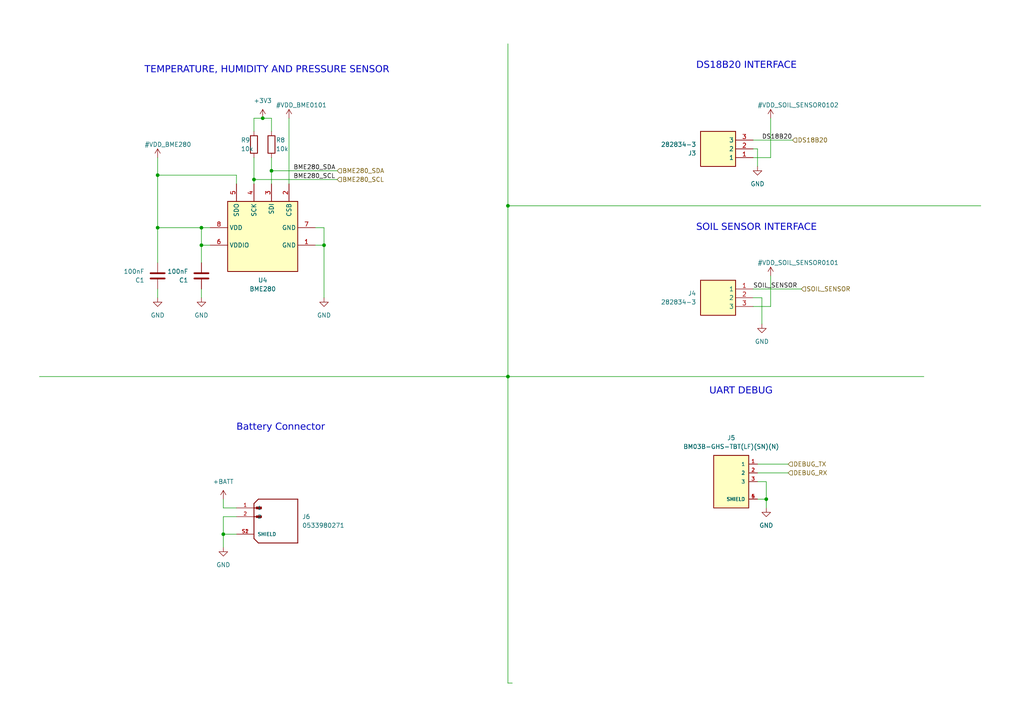
<source format=kicad_sch>
(kicad_sch (version 20230121) (generator eeschema)
  (paper "A4")
  (lib_symbols
    (symbol "0533980271:0533980271" (pin_names (offset 1.016))
      (property "Reference" "J" (at 0 6.35 0))
      (property "Value" "0533980271" (at 0 -10.16 0))
      (symbol "0533980271_0_0"
        (polyline (pts (xy 0 -6.35) (xy 1.27 -7.62)) (stroke (width 0.254)))
        (polyline (pts (xy 0 0) (xy 1.905 0)) (stroke (width 0.254)))
        (polyline (pts (xy 0 2.54) (xy 0 -6.35)) (stroke (width 0.254)))
        (polyline (pts (xy 0 2.54) (xy 1.905 2.54)) (stroke (width 0.254)))
        (polyline (pts (xy 0 3.81) (xy 0 2.54)) (stroke (width 0.254)))
        (polyline (pts (xy 0 3.81) (xy 1.27 5.08)) (stroke (width 0.254)))
        (polyline (pts (xy 1.27 -7.62) (xy 12.7 -7.62)) (stroke (width 0.254)))
        (polyline (pts (xy 12.7 -7.62) (xy 12.7 5.08)) (stroke (width 0.254)))
        (polyline (pts (xy 12.7 5.08) (xy 1.27 5.08)) (stroke (width 0.254)))
        (rectangle (start 0.635 -0.3175) (end 2.2225 0.3175) (stroke (width 0.1)) (fill (type outline)))
        (rectangle (start 0.635 2.2225) (end 2.2225 2.8575) (stroke (width 0.1)) (fill (type outline)))
        (pin passive line (at -5.08 2.54 0) (length 5.08) (name "1") (number "1"))
        (pin passive line (at -5.08 0 0) (length 5.08) (name "2") (number "2"))
        (pin passive line (at -5.08 -5.08 0) (length 5.08) (name "SHIELD") (number "S1"))
        (pin passive line (at -5.08 -5.08 0) (length 5.08) (name "SHIELD") (number "S2"))
      )
    )
    (symbol "282834-3:282834-3"
      (property "Reference" "J" (at 16.51 7.62 0))
      (property "Value" "282834-3" (at 16.51 5.08 0))
      (symbol "282834-3_1_1"
        (rectangle (start 5.08 2.54) (end 15.24 -7.62) (stroke (width 0.254)) (fill (type background)))
        (pin passive line (at 0 0 0) (length 5.08) (name "1") (number "1"))
        (pin passive line (at 0 -2.54 0) (length 5.08) (name "2") (number "2"))
        (pin passive line (at 0 -5.08 0) (length 5.08) (name "3") (number "3"))
      )
    )
    (symbol "BM03B-GHS-TBT_LF__SN__N_:BM03B-GHS-TBT(LF)(SN)(N)" (pin_names (offset 1.016))
      (property "Reference" "J" (at -5.0918 8.2741 0))
      (property "Value" "BM03B-GHS-TBT(LF)(SN)(N)" (at -5.0945 -10.1891 0))
      (symbol "BM03B-GHS-TBT(LF)(SN)(N)_0_0"
        (rectangle (start -5.08 -7.62) (end 5.08 7.62) (stroke (width 0.254)) (fill (type background)))
        (pin passive line (at 7.62 5.08 180) (length 2.54) (name "1") (number "1"))
        (pin passive line (at 7.62 2.54 180) (length 2.54) (name "2") (number "2"))
        (pin passive line (at 7.62 0 180) (length 2.54) (name "3") (number "3"))
        (pin passive line (at 7.62 -5.08 180) (length 2.54) (name "SHIELD") (number "4"))
        (pin passive line (at 7.62 -5.08 180) (length 2.54) (name "SHIELD") (number "5"))
      )
    )
    (symbol "Device:C" (pin_numbers hide) (pin_names (offset 0.254))
      (property "Reference" "C" (at 0.635 2.54 0))
      (property "Value" "C" (at 0.635 -2.54 0))
      (symbol "C_0_1"
        (polyline (pts (xy -2.032 -0.762) (xy 2.032 -0.762)) (stroke (width 0.508)))
        (polyline (pts (xy -2.032 0.762) (xy 2.032 0.762)) (stroke (width 0.508)))
      )
      (symbol "C_1_1"
        (pin passive line (at 0 3.81 270) (length 2.794) (name "~") (number "1"))
        (pin passive line (at 0 -3.81 90) (length 2.794) (name "~") (number "2"))
      )
    )
    (symbol "Device:R" (pin_numbers hide) (pin_names (offset 0))
      (property "Reference" "R" (at 2.032 0 90))
      (property "Value" "R" (at 0 0 90))
      (symbol "R_0_1"
        (rectangle (start -1.016 -2.54) (end 1.016 2.54) (stroke (width 0.254)))
      )
      (symbol "R_1_1"
        (pin passive line (at 0 3.81 270) (length 1.27) (name "~") (number "1"))
        (pin passive line (at 0 -3.81 90) (length 1.27) (name "~") (number "2"))
      )
    )
    (symbol "Sensor:BME280"
      (property "Reference" "U" (at -8.89 11.43 0))
      (property "Value" "BME280" (at 7.62 11.43 0))
      (symbol "BME280_0_1"
        (rectangle (start -10.16 10.16) (end 10.16 -10.16) (stroke (width 0.254)) (fill (type background)))
      )
      (symbol "BME280_1_1"
        (pin power_in line (at -2.54 -15.24 90) (length 5.08) (name "GND") (number "1"))
        (pin input line (at 15.24 -7.62 180) (length 5.08) (name "CSB") (number "2"))
        (pin bidirectional line (at 15.24 -2.54 180) (length 5.08) (name "SDI") (number "3"))
        (pin input line (at 15.24 2.54 180) (length 5.08) (name "SCK") (number "4"))
        (pin bidirectional line (at 15.24 7.62 180) (length 5.08) (name "SDO") (number "5"))
        (pin power_in line (at -2.54 15.24 270) (length 5.08) (name "VDDIO") (number "6"))
        (pin power_in line (at 2.54 -15.24 90) (length 5.08) (name "GND") (number "7"))
        (pin power_in line (at 2.54 15.24 270) (length 5.08) (name "VDD") (number "8"))
      )
    )
    (symbol "power:+3V3" (power) (pin_names (offset 0))
      (property "Value" "+3V3" (at 0 3.556 0))
      (symbol "+3V3_0_1"
        (polyline (pts (xy -0.762 1.27) (xy 0 2.54)))
        (polyline (pts (xy 0 0) (xy 0 2.54)))
        (polyline (pts (xy 0 2.54) (xy 0.762 1.27)))
      )
      (symbol "+3V3_1_1"
        (pin power_in line (at 0 0 90) (length 0) hide (name "+3V3") (number "1"))
      )
    )
    (symbol "power:+BATT" (power) (pin_names (offset 0))
      (property "Value" "+BATT" (at 0 3.556 0))
      (symbol "+BATT_0_1"
        (polyline (pts (xy -0.762 1.27) (xy 0 2.54)))
        (polyline (pts (xy 0 0) (xy 0 2.54)))
        (polyline (pts (xy 0 2.54) (xy 0.762 1.27)))
      )
      (symbol "+BATT_1_1"
        (pin power_in line (at 0 0 90) (length 0) hide (name "+BATT") (number "1"))
      )
    )
    (symbol "power:GND" (power) (pin_names (offset 0))
      (property "Value" "GND" (at 0 -3.81 0))
      (symbol "GND_0_1"
        (polyline (pts (xy 0 0) (xy 0 -1.27) (xy 1.27 -1.27) (xy 0 -2.54) (xy -1.27 -1.27) (xy 0 -1.27)))
      )
      (symbol "GND_1_1"
        (pin power_in line (at 0 0 270) (length 0) hide (name "GND") (number "1"))
      )
    )
    (symbol "power:VDD" (power) (pin_names (offset 0))
      (property "Value" "VDD" (at 0 3.81 0))
      (symbol "VDD_0_1"
        (polyline (pts (xy -0.762 1.27) (xy 0 2.54)))
        (polyline (pts (xy 0 0) (xy 0 2.54)))
        (polyline (pts (xy 0 2.54) (xy 0.762 1.27)))
      )
      (symbol "VDD_1_1"
        (pin power_in line (at 0 0 90) (length 0) hide (name "VDD") (number "1"))
      )
    )
  )
  (junction (at 222.25 144.78))
  (junction (at 64.77 154.94))
  (junction (at 45.72 66.04))
  (junction (at 78.74 49.53))
  (junction (at 147.32 59.69))
  (junction (at 73.66 52.07))
  (junction (at 93.98 71.12))
  (junction (at 45.72 50.8))
  (junction (at 58.42 66.04))
  (junction (at 147.32 109.22))
  (junction (at 76.2 34.29))
  (junction (at 58.42 71.12))
  (wire (pts (xy 147.32 109.22) (xy 147.32 198.12)))
  (wire (pts (xy 219.71 139.7) (xy 222.25 139.7)))
  (wire (pts (xy 73.66 45.72) (xy 73.66 52.07)))
  (wire (pts (xy 78.74 34.29) (xy 78.74 38.1)))
  (wire (pts (xy 64.77 154.94) (xy 64.77 158.75)))
  (wire (pts (xy 58.42 71.12) (xy 58.42 66.04)))
  (wire (pts (xy 93.98 66.04) (xy 93.98 71.12)))
  (wire (pts (xy 45.72 50.8) (xy 45.72 66.04)))
  (wire (pts (xy 147.32 12.7) (xy 147.32 59.69)))
  (wire (pts (xy 91.44 71.12) (xy 93.98 71.12)))
  (wire (pts (xy 223.52 80.01) (xy 223.52 88.9)))
  (wire (pts (xy 223.52 45.72) (xy 218.44 45.72)))
  (wire (pts (xy 219.71 137.16) (xy 228.6 137.16)))
  (wire (pts (xy 218.44 83.82) (xy 232.41 83.82)))
  (wire (pts (xy 83.82 34.29) (xy 83.82 53.34)))
  (wire (pts (xy 73.66 38.1) (xy 73.66 34.29)))
  (wire (pts (xy 76.2 34.29) (xy 78.74 34.29)))
  (wire (pts (xy 147.32 109.22) (xy 267.97 109.22)))
  (wire (pts (xy 68.58 147.32) (xy 64.77 147.32)))
  (wire (pts (xy 147.32 59.69) (xy 284.48 59.69)))
  (wire (pts (xy 219.71 43.18) (xy 218.44 43.18)))
  (wire (pts (xy 60.96 71.12) (xy 58.42 71.12)))
  (wire (pts (xy 45.72 76.2) (xy 45.72 66.04)))
  (wire (pts (xy 218.44 40.64) (xy 229.87 40.64)))
  (wire (pts (xy 73.66 34.29) (xy 76.2 34.29)))
  (wire (pts (xy 78.74 49.53) (xy 97.79 49.53)))
  (wire (pts (xy 68.58 53.34) (xy 68.58 50.8)))
  (wire (pts (xy 45.72 83.82) (xy 45.72 86.36)))
  (wire (pts (xy 58.42 71.12) (xy 58.42 76.2)))
  (wire (pts (xy 219.71 134.62) (xy 228.6 134.62)))
  (wire (pts (xy 219.71 144.78) (xy 222.25 144.78)))
  (wire (pts (xy 147.32 59.69) (xy 147.32 109.22)))
  (wire (pts (xy 219.71 43.18) (xy 219.71 48.26)))
  (wire (pts (xy 58.42 83.82) (xy 58.42 86.36)))
  (wire (pts (xy 147.32 198.12) (xy 148.59 198.12)))
  (wire (pts (xy 93.98 71.12) (xy 93.98 86.36)))
  (wire (pts (xy 91.44 66.04) (xy 93.98 66.04)))
  (wire (pts (xy 73.66 52.07) (xy 97.79 52.07)))
  (wire (pts (xy 64.77 154.94) (xy 68.58 154.94)))
  (wire (pts (xy 73.66 52.07) (xy 73.66 53.34)))
  (wire (pts (xy 78.74 45.72) (xy 78.74 49.53)))
  (wire (pts (xy 45.72 66.04) (xy 58.42 66.04)))
  (wire (pts (xy 68.58 149.86) (xy 64.77 149.86)))
  (wire (pts (xy 64.77 149.86) (xy 64.77 154.94)))
  (wire (pts (xy 218.44 86.36) (xy 220.98 86.36)))
  (wire (pts (xy 45.72 45.72) (xy 45.72 50.8)))
  (wire (pts (xy 220.98 86.36) (xy 220.98 93.98)))
  (wire (pts (xy 58.42 66.04) (xy 60.96 66.04)))
  (wire (pts (xy 64.77 147.32) (xy 64.77 144.78)))
  (wire (pts (xy 223.52 34.29) (xy 223.52 45.72)))
  (wire (pts (xy 78.74 49.53) (xy 78.74 53.34)))
  (wire (pts (xy 68.58 50.8) (xy 45.72 50.8)))
  (wire (pts (xy 223.52 88.9) (xy 218.44 88.9)))
  (wire (pts (xy 11.43 109.22) (xy 147.32 109.22)))
  (wire (pts (xy 222.25 139.7) (xy 222.25 144.78)))
  (wire (pts (xy 222.25 144.78) (xy 222.25 147.32)))
  (text "SOIL SENSOR INTERFACE\n " (at 201.93 71.12 0) (effects (font (size 2 2)) (justify left bottom)))
  (text "UART DEBUG\n\n " (at 205.74 121.92 0) (effects (font (size 2 2)) (justify left bottom)))
  (text "TEMPERATURE, HUMIDITY AND PRESSURE SENSOR\n " (at 41.91 25.4 0) (effects (font (size 2 2)) (justify left bottom)))
  (text "Battery Connector\n" (at 68.58 125.73 0) (effects (font (size 2 2)) (justify left bottom)))
  (text "DS18B20 INTERFACE\n " (at 201.93 24.13 0) (effects (font (size 2 2)) (justify left bottom)))
  (label "BME280_SDA" (at 85.09 49.53 0))
  (label "DS18B20" (at 220.98 40.64 0))
  (label "SOIL_SENSOR" (at 218.44 83.82 0))
  (label "BME280_SCL" (at 85.09 52.07 0))
  (hierarchical_label "BME280_SDA" (shape input) (at 97.79 49.53 0))
  (hierarchical_label "DEBUG_TX" (shape input) (at 228.6 134.62 0))
  (hierarchical_label "DEBUG_RX" (shape input) (at 228.6 137.16 0))
  (hierarchical_label "BME280_SCL" (shape input) (at 97.79 52.07 0))
  (hierarchical_label "SOIL_SENSOR" (shape input) (at 232.41 83.82 0))
  (hierarchical_label "DS18B20" (shape input) (at 229.87 40.64 0))
  (symbol (lib_id "0533980271:0533980271") (at 73.66 149.86 0) (unit 1)
    (property "Reference" "J6" (at 87.63 149.86 0) (effects (justify left)))
    (property "Value" "0533980271" (at 87.63 152.4 0) (effects (justify left)))
    (property "Footprint" "MOLEX_0533980271" (effects hide))
    (property "PARTREV" "A" (effects hide))
    (property "MANUFACTURER" "Molex" (effects hide))
    (property "MAXIMUM_PACKAGE_HEIGHT" "4.7 mm" (effects hide))
    (property "STANDARD" "Manufacturer Recommendations" (effects hide))
  )
  (symbol (lib_id "power:+BATT") (at 64.77 144.78 0) (unit 1)
    (property "Reference" "#PWR07" (effects hide))
    (property "Value" "+BATT" (at 64.77 139.7 0))
    (instances (project "Soil-moisture-sensor" (path "" (reference "#PWR07") (unit 1)) (path "" (reference "#PWR030") (unit 1)) (path "" (reference "#PWR047") (unit 1))))
  )
  (symbol (lib_id "power:GND") (at 222.25 147.32 0) (unit 1)
    (property "Reference" "#PWR024" (effects hide))
    (property "Value" "GND" (at 222.25 152.4 0))
  )
  (symbol (lib_id "Device:C") (at 45.72 80.01 180) (unit 1)
    (property "Reference" "C1" (at 41.91 81.28 0) (effects (justify left)))
    (property "Value" "100nF" (at 41.91 78.74 0) (effects (justify left)))
    (property "Footprint" "Capacitor_SMD:C_0603_1608Metric" (effects hide))
    (property "Manufacturer " "Kemet " (effects hide))
    (property "Manufacturer part number " "CC0603KRX7R7BB104" (effects hide))
    (property "Supplier " "Farnell" (effects hide))
    (property "Supplier part number " "432210" (effects hide))
    (instances (project "Soil-moisture-sensor" (path "" (reference "C1") (unit 1)) (path "" (reference "C5") (unit 1)) (path "" (reference "C6") (unit 1))))
  )
  (symbol (lib_id "282834-3:282834-3") (at 218.44 45.72 180) (unit 1)
    (property "Reference" "J3" (at 201.93 44.45 0) (effects (justify left)))
    (property "Value" "282834-3" (at 201.93 41.91 0) (effects (justify left)))
    (property "Footprint" "2828343" (effects hide))
    (property "Datasheet" "https://www.te.com/commerce/DocumentDelivery/DDEController?Action=showdoc&DocId=Customer+Drawing%7F282834%7FC1%7Fpdf%7FEnglish%7FENG_CD_282834_C1.pdf%7F282834-3" (effects hide))
    (property "Height" "10" (effects hide))
    (property "Manufacturer_Name" "TE Connectivity" (effects hide))
    (property "Manufacturer_Part_Number" "282834-3" (effects hide))
    (property "Mouser Part Number" "571-2828343" (effects hide))
    (property "Mouser Price/Stock" "https://www.mouser.co.uk/ProductDetail/TE-Connectivity/282834-3?qs=A%252Bip%252BNCYi6M69kAjqV38yA%3D%3D" (effects hide))
    (property "Arrow Part Number" "282834-3" (effects hide))
    (property "Arrow Price/Stock" "https://www.arrow.com/en/products/282834-3/te-connectivity?region=europe" (effects hide))
  )
  (symbol (lib_id "power:GND") (at 220.98 93.98 0) (unit 1)
    (property "Reference" "#PWR023" (effects hide))
    (property "Value" "GND" (at 220.98 99.06 0))
  )
  (symbol (lib_id "282834-3:282834-3") (at 218.44 83.82 0) (mirror y) (unit 1)
    (property "Reference" "J4" (at 201.93 85.09 0) (effects (justify left)))
    (property "Value" "282834-3" (at 201.93 87.63 0) (effects (justify left)))
    (property "Footprint" "2828343" (effects hide))
    (property "Datasheet" "https://www.te.com/commerce/DocumentDelivery/DDEController?Action=showdoc&DocId=Customer+Drawing%7F282834%7FC1%7Fpdf%7FEnglish%7FENG_CD_282834_C1.pdf%7F282834-3" (effects hide))
    (property "Height" "10" (effects hide))
    (property "Manufacturer_Name" "TE Connectivity" (effects hide))
    (property "Manufacturer_Part_Number" "282834-3" (effects hide))
    (property "Mouser Part Number" "571-2828343" (effects hide))
    (property "Mouser Price/Stock" "https://www.mouser.co.uk/ProductDetail/TE-Connectivity/282834-3?qs=A%252Bip%252BNCYi6M69kAjqV38yA%3D%3D" (effects hide))
    (property "Arrow Part Number" "282834-3" (effects hide))
    (property "Arrow Price/Stock" "https://www.arrow.com/en/products/282834-3/te-connectivity?region=europe" (effects hide))
  )
  (symbol (lib_id "power:GND") (at 58.42 86.36 0) (unit 1)
    (property "Reference" "#PWR019" (effects hide))
    (property "Value" "GND" (at 58.42 91.44 0))
  )
  (symbol (lib_id "BM03B-GHS-TBT_LF__SN__N_:BM03B-GHS-TBT(LF)(SN)(N)") (at 212.09 139.7 0) (unit 1)
    (property "Reference" "J5" (at 212.09 127 0))
    (property "Value" "BM03B-GHS-TBT(LF)(SN)(N)" (at 212.09 129.54 0))
    (property "Footprint" "CONN_BM03B-GHS-TBT(LF)(SN)(N)" (effects hide))
    (property "MANUFACTURER" "JST Sales America Inc." (effects hide))
  )
  (symbol (lib_id "power:GND") (at 93.98 86.36 0) (unit 1)
    (property "Reference" "#PWR017" (effects hide))
    (property "Value" "GND" (at 93.98 91.44 0))
  )
  (symbol (lib_id "Sensor:BME280") (at 76.2 68.58 90) (unit 1)
    (property "Reference" "U4" (at 76.2 81.28 90))
    (property "Value" "BME280" (at 76.2 83.82 90))
    (property "Footprint" "Package_LGA:Bosch_LGA-8_2.5x2.5mm_P0.65mm_ClockwisePinNumbering" (effects hide))
    (property "Datasheet" "https://www.bosch-sensortec.com/media/boschsensortec/downloads/datasheets/bst-bme280-ds002.pdf" (effects hide))
  )
  (symbol (lib_id "power:GND") (at 45.72 86.36 0) (unit 1)
    (property "Reference" "#PWR018" (effects hide))
    (property "Value" "GND" (at 45.72 91.44 0))
  )
  (symbol (lib_id "power:VDD") (at 45.72 45.72 0) (unit 1)
    (property "Reference" "VDD_BME280" (at 41.91 41.91 0) (effects (justify left)))
    (property "Value" "VDD" (effects hide))
    (instances (project "Soil-moisture-sensor" (path "" (reference "VDD_BME280") (unit 1)) (path "" (reference "#VDD_BME01") (unit 1))))
  )
  (symbol (lib_id "power:GND") (at 64.77 158.75 0) (unit 1)
    (property "Reference" "#PWR020" (effects hide))
    (property "Value" "GND" (at 64.77 163.83 0))
  )
  (symbol (lib_id "power:VDD") (at 223.52 34.29 0) (unit 1)
    (property "Reference" "VDD_SOIL_SENSOR" (at 219.71 30.48 0) (effects (justify left)))
    (property "Value" "VDD" (effects hide))
    (instances (project "Soil-moisture-sensor" (path "" (reference "VDD_SOIL_SENSOR") (unit 1)) (path "" (reference "#VDD_DS18B0101") (unit 1))))
  )
  (symbol (lib_id "Device:R") (at 78.74 41.91 0) (unit 1)
    (property "Reference" "R8" (at 80.01 40.64 0) (effects (justify left)))
    (property "Value" "10k" (at 80.01 43.18 0) (effects (justify left)))
    (property "Footprint" "Resistor_SMD:R_0603_1608Metric" (effects hide))
  )
  (symbol (lib_id "Device:R") (at 73.66 41.91 0) (unit 1)
    (property "Reference" "R9" (at 69.85 40.64 0) (effects (justify left)))
    (property "Value" "10k" (at 69.85 43.18 0) (effects (justify left)))
    (property "Footprint" "Resistor_SMD:R_0603_1608Metric" (effects hide))
  )
  (symbol (lib_id "power:VDD") (at 83.82 34.29 0) (unit 1)
    (property "Reference" "VDD_BME280" (at 80.01 30.48 0) (effects (justify left)))
    (property "Value" "VDD" (effects hide))
    (instances (project "Soil-moisture-sensor" (path "" (reference "VDD_BME280") (unit 1)) (path "" (reference "#VDD_BME02") (unit 1))))
  )
  (symbol (lib_id "Device:C") (at 58.42 80.01 180) (unit 1)
    (property "Reference" "C1" (at 54.61 81.28 0) (effects (justify left)))
    (property "Value" "100nF" (at 54.61 78.74 0) (effects (justify left)))
    (property "Footprint" "Capacitor_SMD:C_0603_1608Metric" (effects hide))
    (property "Manufacturer " "Kemet " (effects hide))
    (property "Manufacturer part number " "CC0603KRX7R7BB104" (effects hide))
    (property "Supplier " "Farnell" (effects hide))
    (property "Supplier part number " "432210" (effects hide))
    (instances (project "Soil-moisture-sensor" (path "" (reference "C1") (unit 1)) (path "" (reference "C5") (unit 1)) (path "" (reference "C7") (unit 1))))
  )
  (symbol (lib_id "power:+3V3") (at 76.2 34.29 0) (unit 1)
    (property "Reference" "#PWR05" (effects hide))
    (property "Value" "+3V3" (at 76.2 29.21 0))
    (instances (project "Soil-moisture-sensor" (path "" (reference "#PWR05") (unit 1)) (path "" (reference "#PWR021") (unit 1))))
  )
  (symbol (lib_id "power:GND") (at 219.71 48.26 0) (unit 1)
    (property "Reference" "#PWR022" (effects hide))
    (property "Value" "GND" (at 219.71 53.34 0))
  )
  (symbol (lib_id "power:VDD") (at 223.52 80.01 0) (unit 1)
    (property "Reference" "VDD_SOIL_SENSOR" (at 219.71 76.2 0) (effects (justify left)))
    (property "Value" "VDD" (effects hide))
    (instances (project "Soil-moisture-sensor" (path "" (reference "VDD_SOIL_SENSOR") (unit 1)) (path "" (reference "#VDD_SOIL_SENSOR01") (unit 1))))
  )
)
</source>
